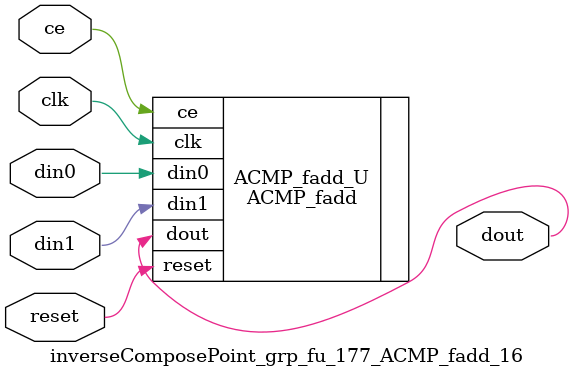
<source format=v>

`timescale 1 ns / 1 ps
module inverseComposePoint_grp_fu_177_ACMP_fadd_16(
    clk,
    reset,
    ce,
    din0,
    din1,
    dout);

parameter ID = 32'd1;
parameter NUM_STAGE = 32'd1;
parameter din0_WIDTH = 32'd1;
parameter din1_WIDTH = 32'd1;
parameter dout_WIDTH = 32'd1;
input clk;
input reset;
input ce;
input[din0_WIDTH - 1:0] din0;
input[din1_WIDTH - 1:0] din1;
output[dout_WIDTH - 1:0] dout;



ACMP_fadd #(
.ID( ID ),
.NUM_STAGE( 4 ),
.din0_WIDTH( din0_WIDTH ),
.din1_WIDTH( din1_WIDTH ),
.dout_WIDTH( dout_WIDTH ))
ACMP_fadd_U(
    .clk( clk ),
    .reset( reset ),
    .ce( ce ),
    .din0( din0 ),
    .din1( din1 ),
    .dout( dout ));

endmodule

</source>
